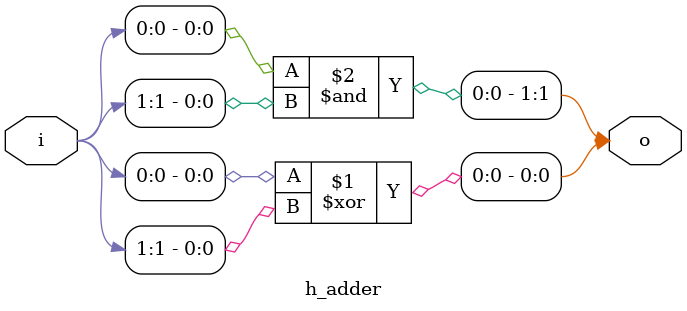
<source format=v>
module h_adder(input [1:0]i, output [1:0]o);
    assign o[0] = i[0]^i[1];
    assign o[1] = i[0]&i[1];
endmodule
</source>
